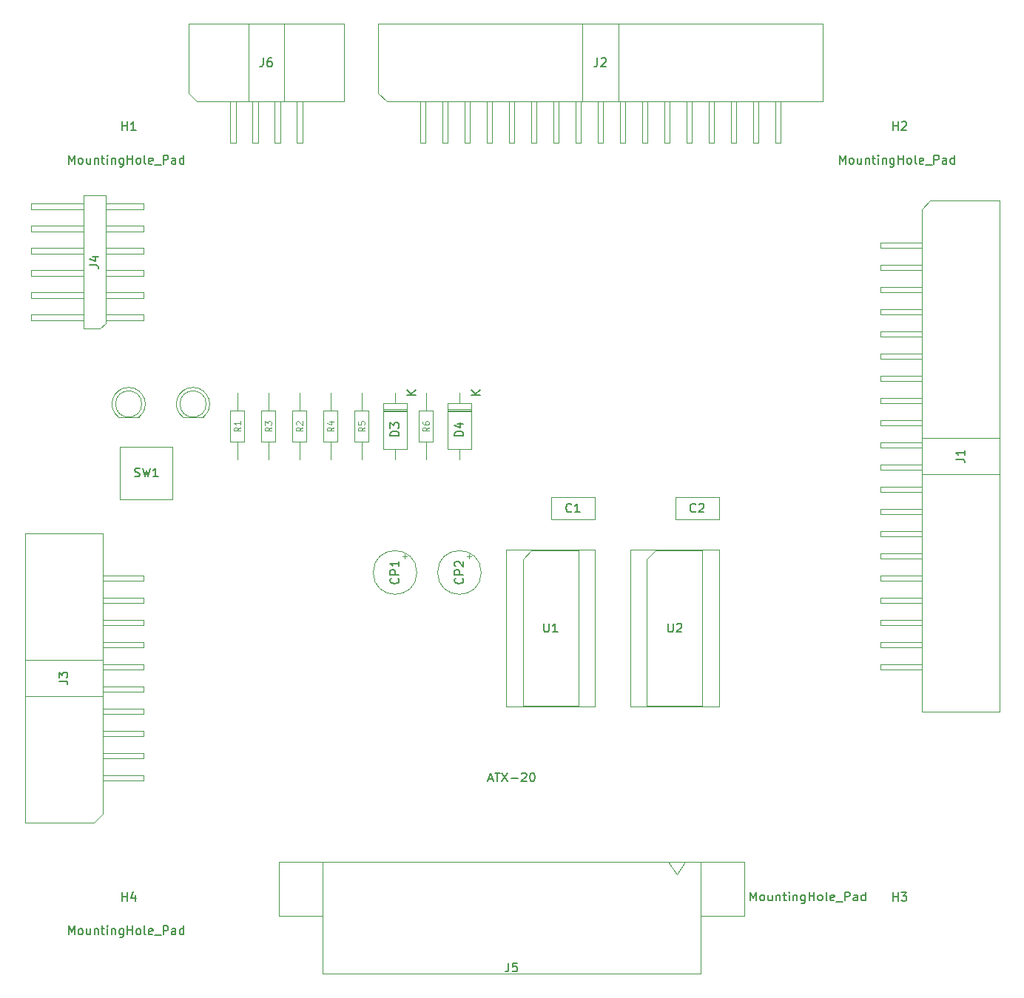
<source format=gbr>
%TF.GenerationSoftware,KiCad,Pcbnew,8.0.2*%
%TF.CreationDate,2024-06-21T19:26:29+02:00*%
%TF.ProjectId,power_board_v2,706f7765-725f-4626-9f61-72645f76322e,2.0*%
%TF.SameCoordinates,Original*%
%TF.FileFunction,AssemblyDrawing,Top*%
%FSLAX46Y46*%
G04 Gerber Fmt 4.6, Leading zero omitted, Abs format (unit mm)*
G04 Created by KiCad (PCBNEW 8.0.2) date 2024-06-21 19:26:29*
%MOMM*%
%LPD*%
G01*
G04 APERTURE LIST*
%ADD10C,0.150000*%
%ADD11C,0.108000*%
%ADD12C,0.100000*%
G04 APERTURE END LIST*
D10*
X70358333Y-103633104D02*
X70834523Y-103633104D01*
X70263095Y-103918819D02*
X70596428Y-102918819D01*
X70596428Y-102918819D02*
X70929761Y-103918819D01*
X71120238Y-102918819D02*
X71691666Y-102918819D01*
X71405952Y-103918819D02*
X71405952Y-102918819D01*
X71929762Y-102918819D02*
X72596428Y-103918819D01*
X72596428Y-102918819D02*
X71929762Y-103918819D01*
X72977381Y-103537866D02*
X73739286Y-103537866D01*
X74167857Y-103014057D02*
X74215476Y-102966438D01*
X74215476Y-102966438D02*
X74310714Y-102918819D01*
X74310714Y-102918819D02*
X74548809Y-102918819D01*
X74548809Y-102918819D02*
X74644047Y-102966438D01*
X74644047Y-102966438D02*
X74691666Y-103014057D01*
X74691666Y-103014057D02*
X74739285Y-103109295D01*
X74739285Y-103109295D02*
X74739285Y-103204533D01*
X74739285Y-103204533D02*
X74691666Y-103347390D01*
X74691666Y-103347390D02*
X74120238Y-103918819D01*
X74120238Y-103918819D02*
X74739285Y-103918819D01*
X75358333Y-102918819D02*
X75453571Y-102918819D01*
X75453571Y-102918819D02*
X75548809Y-102966438D01*
X75548809Y-102966438D02*
X75596428Y-103014057D01*
X75596428Y-103014057D02*
X75644047Y-103109295D01*
X75644047Y-103109295D02*
X75691666Y-103299771D01*
X75691666Y-103299771D02*
X75691666Y-103537866D01*
X75691666Y-103537866D02*
X75644047Y-103728342D01*
X75644047Y-103728342D02*
X75596428Y-103823580D01*
X75596428Y-103823580D02*
X75548809Y-103871200D01*
X75548809Y-103871200D02*
X75453571Y-103918819D01*
X75453571Y-103918819D02*
X75358333Y-103918819D01*
X75358333Y-103918819D02*
X75263095Y-103871200D01*
X75263095Y-103871200D02*
X75215476Y-103823580D01*
X75215476Y-103823580D02*
X75167857Y-103728342D01*
X75167857Y-103728342D02*
X75120238Y-103537866D01*
X75120238Y-103537866D02*
X75120238Y-103299771D01*
X75120238Y-103299771D02*
X75167857Y-103109295D01*
X75167857Y-103109295D02*
X75215476Y-103014057D01*
X75215476Y-103014057D02*
X75263095Y-102966438D01*
X75263095Y-102966438D02*
X75358333Y-102918819D01*
X72691666Y-124668819D02*
X72691666Y-125383104D01*
X72691666Y-125383104D02*
X72644047Y-125525961D01*
X72644047Y-125525961D02*
X72548809Y-125621200D01*
X72548809Y-125621200D02*
X72405952Y-125668819D01*
X72405952Y-125668819D02*
X72310714Y-125668819D01*
X73644047Y-124668819D02*
X73167857Y-124668819D01*
X73167857Y-124668819D02*
X73120238Y-125145009D01*
X73120238Y-125145009D02*
X73167857Y-125097390D01*
X73167857Y-125097390D02*
X73263095Y-125049771D01*
X73263095Y-125049771D02*
X73501190Y-125049771D01*
X73501190Y-125049771D02*
X73596428Y-125097390D01*
X73596428Y-125097390D02*
X73644047Y-125145009D01*
X73644047Y-125145009D02*
X73691666Y-125240247D01*
X73691666Y-125240247D02*
X73691666Y-125478342D01*
X73691666Y-125478342D02*
X73644047Y-125573580D01*
X73644047Y-125573580D02*
X73596428Y-125621200D01*
X73596428Y-125621200D02*
X73501190Y-125668819D01*
X73501190Y-125668819D02*
X73263095Y-125668819D01*
X73263095Y-125668819D02*
X73167857Y-125621200D01*
X73167857Y-125621200D02*
X73120238Y-125573580D01*
X29908667Y-68987200D02*
X30051524Y-69034819D01*
X30051524Y-69034819D02*
X30289619Y-69034819D01*
X30289619Y-69034819D02*
X30384857Y-68987200D01*
X30384857Y-68987200D02*
X30432476Y-68939580D01*
X30432476Y-68939580D02*
X30480095Y-68844342D01*
X30480095Y-68844342D02*
X30480095Y-68749104D01*
X30480095Y-68749104D02*
X30432476Y-68653866D01*
X30432476Y-68653866D02*
X30384857Y-68606247D01*
X30384857Y-68606247D02*
X30289619Y-68558628D01*
X30289619Y-68558628D02*
X30099143Y-68511009D01*
X30099143Y-68511009D02*
X30003905Y-68463390D01*
X30003905Y-68463390D02*
X29956286Y-68415771D01*
X29956286Y-68415771D02*
X29908667Y-68320533D01*
X29908667Y-68320533D02*
X29908667Y-68225295D01*
X29908667Y-68225295D02*
X29956286Y-68130057D01*
X29956286Y-68130057D02*
X30003905Y-68082438D01*
X30003905Y-68082438D02*
X30099143Y-68034819D01*
X30099143Y-68034819D02*
X30337238Y-68034819D01*
X30337238Y-68034819D02*
X30480095Y-68082438D01*
X30813429Y-68034819D02*
X31051524Y-69034819D01*
X31051524Y-69034819D02*
X31242000Y-68320533D01*
X31242000Y-68320533D02*
X31432476Y-69034819D01*
X31432476Y-69034819D02*
X31670572Y-68034819D01*
X32575333Y-69034819D02*
X32003905Y-69034819D01*
X32289619Y-69034819D02*
X32289619Y-68034819D01*
X32289619Y-68034819D02*
X32194381Y-68177676D01*
X32194381Y-68177676D02*
X32099143Y-68272914D01*
X32099143Y-68272914D02*
X32003905Y-68320533D01*
X22353571Y-33229819D02*
X22353571Y-32229819D01*
X22353571Y-32229819D02*
X22686904Y-32944104D01*
X22686904Y-32944104D02*
X23020237Y-32229819D01*
X23020237Y-32229819D02*
X23020237Y-33229819D01*
X23639285Y-33229819D02*
X23544047Y-33182200D01*
X23544047Y-33182200D02*
X23496428Y-33134580D01*
X23496428Y-33134580D02*
X23448809Y-33039342D01*
X23448809Y-33039342D02*
X23448809Y-32753628D01*
X23448809Y-32753628D02*
X23496428Y-32658390D01*
X23496428Y-32658390D02*
X23544047Y-32610771D01*
X23544047Y-32610771D02*
X23639285Y-32563152D01*
X23639285Y-32563152D02*
X23782142Y-32563152D01*
X23782142Y-32563152D02*
X23877380Y-32610771D01*
X23877380Y-32610771D02*
X23924999Y-32658390D01*
X23924999Y-32658390D02*
X23972618Y-32753628D01*
X23972618Y-32753628D02*
X23972618Y-33039342D01*
X23972618Y-33039342D02*
X23924999Y-33134580D01*
X23924999Y-33134580D02*
X23877380Y-33182200D01*
X23877380Y-33182200D02*
X23782142Y-33229819D01*
X23782142Y-33229819D02*
X23639285Y-33229819D01*
X24829761Y-32563152D02*
X24829761Y-33229819D01*
X24401190Y-32563152D02*
X24401190Y-33086961D01*
X24401190Y-33086961D02*
X24448809Y-33182200D01*
X24448809Y-33182200D02*
X24544047Y-33229819D01*
X24544047Y-33229819D02*
X24686904Y-33229819D01*
X24686904Y-33229819D02*
X24782142Y-33182200D01*
X24782142Y-33182200D02*
X24829761Y-33134580D01*
X25305952Y-32563152D02*
X25305952Y-33229819D01*
X25305952Y-32658390D02*
X25353571Y-32610771D01*
X25353571Y-32610771D02*
X25448809Y-32563152D01*
X25448809Y-32563152D02*
X25591666Y-32563152D01*
X25591666Y-32563152D02*
X25686904Y-32610771D01*
X25686904Y-32610771D02*
X25734523Y-32706009D01*
X25734523Y-32706009D02*
X25734523Y-33229819D01*
X26067857Y-32563152D02*
X26448809Y-32563152D01*
X26210714Y-32229819D02*
X26210714Y-33086961D01*
X26210714Y-33086961D02*
X26258333Y-33182200D01*
X26258333Y-33182200D02*
X26353571Y-33229819D01*
X26353571Y-33229819D02*
X26448809Y-33229819D01*
X26782143Y-33229819D02*
X26782143Y-32563152D01*
X26782143Y-32229819D02*
X26734524Y-32277438D01*
X26734524Y-32277438D02*
X26782143Y-32325057D01*
X26782143Y-32325057D02*
X26829762Y-32277438D01*
X26829762Y-32277438D02*
X26782143Y-32229819D01*
X26782143Y-32229819D02*
X26782143Y-32325057D01*
X27258333Y-32563152D02*
X27258333Y-33229819D01*
X27258333Y-32658390D02*
X27305952Y-32610771D01*
X27305952Y-32610771D02*
X27401190Y-32563152D01*
X27401190Y-32563152D02*
X27544047Y-32563152D01*
X27544047Y-32563152D02*
X27639285Y-32610771D01*
X27639285Y-32610771D02*
X27686904Y-32706009D01*
X27686904Y-32706009D02*
X27686904Y-33229819D01*
X28591666Y-32563152D02*
X28591666Y-33372676D01*
X28591666Y-33372676D02*
X28544047Y-33467914D01*
X28544047Y-33467914D02*
X28496428Y-33515533D01*
X28496428Y-33515533D02*
X28401190Y-33563152D01*
X28401190Y-33563152D02*
X28258333Y-33563152D01*
X28258333Y-33563152D02*
X28163095Y-33515533D01*
X28591666Y-33182200D02*
X28496428Y-33229819D01*
X28496428Y-33229819D02*
X28305952Y-33229819D01*
X28305952Y-33229819D02*
X28210714Y-33182200D01*
X28210714Y-33182200D02*
X28163095Y-33134580D01*
X28163095Y-33134580D02*
X28115476Y-33039342D01*
X28115476Y-33039342D02*
X28115476Y-32753628D01*
X28115476Y-32753628D02*
X28163095Y-32658390D01*
X28163095Y-32658390D02*
X28210714Y-32610771D01*
X28210714Y-32610771D02*
X28305952Y-32563152D01*
X28305952Y-32563152D02*
X28496428Y-32563152D01*
X28496428Y-32563152D02*
X28591666Y-32610771D01*
X29067857Y-33229819D02*
X29067857Y-32229819D01*
X29067857Y-32706009D02*
X29639285Y-32706009D01*
X29639285Y-33229819D02*
X29639285Y-32229819D01*
X30258333Y-33229819D02*
X30163095Y-33182200D01*
X30163095Y-33182200D02*
X30115476Y-33134580D01*
X30115476Y-33134580D02*
X30067857Y-33039342D01*
X30067857Y-33039342D02*
X30067857Y-32753628D01*
X30067857Y-32753628D02*
X30115476Y-32658390D01*
X30115476Y-32658390D02*
X30163095Y-32610771D01*
X30163095Y-32610771D02*
X30258333Y-32563152D01*
X30258333Y-32563152D02*
X30401190Y-32563152D01*
X30401190Y-32563152D02*
X30496428Y-32610771D01*
X30496428Y-32610771D02*
X30544047Y-32658390D01*
X30544047Y-32658390D02*
X30591666Y-32753628D01*
X30591666Y-32753628D02*
X30591666Y-33039342D01*
X30591666Y-33039342D02*
X30544047Y-33134580D01*
X30544047Y-33134580D02*
X30496428Y-33182200D01*
X30496428Y-33182200D02*
X30401190Y-33229819D01*
X30401190Y-33229819D02*
X30258333Y-33229819D01*
X31163095Y-33229819D02*
X31067857Y-33182200D01*
X31067857Y-33182200D02*
X31020238Y-33086961D01*
X31020238Y-33086961D02*
X31020238Y-32229819D01*
X31925000Y-33182200D02*
X31829762Y-33229819D01*
X31829762Y-33229819D02*
X31639286Y-33229819D01*
X31639286Y-33229819D02*
X31544048Y-33182200D01*
X31544048Y-33182200D02*
X31496429Y-33086961D01*
X31496429Y-33086961D02*
X31496429Y-32706009D01*
X31496429Y-32706009D02*
X31544048Y-32610771D01*
X31544048Y-32610771D02*
X31639286Y-32563152D01*
X31639286Y-32563152D02*
X31829762Y-32563152D01*
X31829762Y-32563152D02*
X31925000Y-32610771D01*
X31925000Y-32610771D02*
X31972619Y-32706009D01*
X31972619Y-32706009D02*
X31972619Y-32801247D01*
X31972619Y-32801247D02*
X31496429Y-32896485D01*
X32163096Y-33325057D02*
X32925000Y-33325057D01*
X33163096Y-33229819D02*
X33163096Y-32229819D01*
X33163096Y-32229819D02*
X33544048Y-32229819D01*
X33544048Y-32229819D02*
X33639286Y-32277438D01*
X33639286Y-32277438D02*
X33686905Y-32325057D01*
X33686905Y-32325057D02*
X33734524Y-32420295D01*
X33734524Y-32420295D02*
X33734524Y-32563152D01*
X33734524Y-32563152D02*
X33686905Y-32658390D01*
X33686905Y-32658390D02*
X33639286Y-32706009D01*
X33639286Y-32706009D02*
X33544048Y-32753628D01*
X33544048Y-32753628D02*
X33163096Y-32753628D01*
X34591667Y-33229819D02*
X34591667Y-32706009D01*
X34591667Y-32706009D02*
X34544048Y-32610771D01*
X34544048Y-32610771D02*
X34448810Y-32563152D01*
X34448810Y-32563152D02*
X34258334Y-32563152D01*
X34258334Y-32563152D02*
X34163096Y-32610771D01*
X34591667Y-33182200D02*
X34496429Y-33229819D01*
X34496429Y-33229819D02*
X34258334Y-33229819D01*
X34258334Y-33229819D02*
X34163096Y-33182200D01*
X34163096Y-33182200D02*
X34115477Y-33086961D01*
X34115477Y-33086961D02*
X34115477Y-32991723D01*
X34115477Y-32991723D02*
X34163096Y-32896485D01*
X34163096Y-32896485D02*
X34258334Y-32848866D01*
X34258334Y-32848866D02*
X34496429Y-32848866D01*
X34496429Y-32848866D02*
X34591667Y-32801247D01*
X35496429Y-33229819D02*
X35496429Y-32229819D01*
X35496429Y-33182200D02*
X35401191Y-33229819D01*
X35401191Y-33229819D02*
X35210715Y-33229819D01*
X35210715Y-33229819D02*
X35115477Y-33182200D01*
X35115477Y-33182200D02*
X35067858Y-33134580D01*
X35067858Y-33134580D02*
X35020239Y-33039342D01*
X35020239Y-33039342D02*
X35020239Y-32753628D01*
X35020239Y-32753628D02*
X35067858Y-32658390D01*
X35067858Y-32658390D02*
X35115477Y-32610771D01*
X35115477Y-32610771D02*
X35210715Y-32563152D01*
X35210715Y-32563152D02*
X35401191Y-32563152D01*
X35401191Y-32563152D02*
X35496429Y-32610771D01*
X28463095Y-29379819D02*
X28463095Y-28379819D01*
X28463095Y-28856009D02*
X29034523Y-28856009D01*
X29034523Y-29379819D02*
X29034523Y-28379819D01*
X30034523Y-29379819D02*
X29463095Y-29379819D01*
X29748809Y-29379819D02*
X29748809Y-28379819D01*
X29748809Y-28379819D02*
X29653571Y-28522676D01*
X29653571Y-28522676D02*
X29558333Y-28617914D01*
X29558333Y-28617914D02*
X29463095Y-28665533D01*
X60049580Y-80651666D02*
X60097200Y-80699285D01*
X60097200Y-80699285D02*
X60144819Y-80842142D01*
X60144819Y-80842142D02*
X60144819Y-80937380D01*
X60144819Y-80937380D02*
X60097200Y-81080237D01*
X60097200Y-81080237D02*
X60001961Y-81175475D01*
X60001961Y-81175475D02*
X59906723Y-81223094D01*
X59906723Y-81223094D02*
X59716247Y-81270713D01*
X59716247Y-81270713D02*
X59573390Y-81270713D01*
X59573390Y-81270713D02*
X59382914Y-81223094D01*
X59382914Y-81223094D02*
X59287676Y-81175475D01*
X59287676Y-81175475D02*
X59192438Y-81080237D01*
X59192438Y-81080237D02*
X59144819Y-80937380D01*
X59144819Y-80937380D02*
X59144819Y-80842142D01*
X59144819Y-80842142D02*
X59192438Y-80699285D01*
X59192438Y-80699285D02*
X59240057Y-80651666D01*
X60144819Y-80223094D02*
X59144819Y-80223094D01*
X59144819Y-80223094D02*
X59144819Y-79842142D01*
X59144819Y-79842142D02*
X59192438Y-79746904D01*
X59192438Y-79746904D02*
X59240057Y-79699285D01*
X59240057Y-79699285D02*
X59335295Y-79651666D01*
X59335295Y-79651666D02*
X59478152Y-79651666D01*
X59478152Y-79651666D02*
X59573390Y-79699285D01*
X59573390Y-79699285D02*
X59621009Y-79746904D01*
X59621009Y-79746904D02*
X59668628Y-79842142D01*
X59668628Y-79842142D02*
X59668628Y-80223094D01*
X60144819Y-78699285D02*
X60144819Y-79270713D01*
X60144819Y-78984999D02*
X59144819Y-78984999D01*
X59144819Y-78984999D02*
X59287676Y-79080237D01*
X59287676Y-79080237D02*
X59382914Y-79175475D01*
X59382914Y-79175475D02*
X59430533Y-79270713D01*
D11*
X49095469Y-63365999D02*
X48752612Y-63605999D01*
X49095469Y-63777428D02*
X48375469Y-63777428D01*
X48375469Y-63777428D02*
X48375469Y-63503142D01*
X48375469Y-63503142D02*
X48409755Y-63434571D01*
X48409755Y-63434571D02*
X48444041Y-63400285D01*
X48444041Y-63400285D02*
X48512612Y-63365999D01*
X48512612Y-63365999D02*
X48615469Y-63365999D01*
X48615469Y-63365999D02*
X48684041Y-63400285D01*
X48684041Y-63400285D02*
X48718326Y-63434571D01*
X48718326Y-63434571D02*
X48752612Y-63503142D01*
X48752612Y-63503142D02*
X48752612Y-63777428D01*
X48444041Y-63091714D02*
X48409755Y-63057428D01*
X48409755Y-63057428D02*
X48375469Y-62988857D01*
X48375469Y-62988857D02*
X48375469Y-62817428D01*
X48375469Y-62817428D02*
X48409755Y-62748857D01*
X48409755Y-62748857D02*
X48444041Y-62714571D01*
X48444041Y-62714571D02*
X48512612Y-62680285D01*
X48512612Y-62680285D02*
X48581184Y-62680285D01*
X48581184Y-62680285D02*
X48684041Y-62714571D01*
X48684041Y-62714571D02*
X49095469Y-63125999D01*
X49095469Y-63125999D02*
X49095469Y-62680285D01*
D10*
X67415580Y-80651666D02*
X67463200Y-80699285D01*
X67463200Y-80699285D02*
X67510819Y-80842142D01*
X67510819Y-80842142D02*
X67510819Y-80937380D01*
X67510819Y-80937380D02*
X67463200Y-81080237D01*
X67463200Y-81080237D02*
X67367961Y-81175475D01*
X67367961Y-81175475D02*
X67272723Y-81223094D01*
X67272723Y-81223094D02*
X67082247Y-81270713D01*
X67082247Y-81270713D02*
X66939390Y-81270713D01*
X66939390Y-81270713D02*
X66748914Y-81223094D01*
X66748914Y-81223094D02*
X66653676Y-81175475D01*
X66653676Y-81175475D02*
X66558438Y-81080237D01*
X66558438Y-81080237D02*
X66510819Y-80937380D01*
X66510819Y-80937380D02*
X66510819Y-80842142D01*
X66510819Y-80842142D02*
X66558438Y-80699285D01*
X66558438Y-80699285D02*
X66606057Y-80651666D01*
X67510819Y-80223094D02*
X66510819Y-80223094D01*
X66510819Y-80223094D02*
X66510819Y-79842142D01*
X66510819Y-79842142D02*
X66558438Y-79746904D01*
X66558438Y-79746904D02*
X66606057Y-79699285D01*
X66606057Y-79699285D02*
X66701295Y-79651666D01*
X66701295Y-79651666D02*
X66844152Y-79651666D01*
X66844152Y-79651666D02*
X66939390Y-79699285D01*
X66939390Y-79699285D02*
X66987009Y-79746904D01*
X66987009Y-79746904D02*
X67034628Y-79842142D01*
X67034628Y-79842142D02*
X67034628Y-80223094D01*
X66606057Y-79270713D02*
X66558438Y-79223094D01*
X66558438Y-79223094D02*
X66510819Y-79127856D01*
X66510819Y-79127856D02*
X66510819Y-78889761D01*
X66510819Y-78889761D02*
X66558438Y-78794523D01*
X66558438Y-78794523D02*
X66606057Y-78746904D01*
X66606057Y-78746904D02*
X66701295Y-78699285D01*
X66701295Y-78699285D02*
X66796533Y-78699285D01*
X66796533Y-78699285D02*
X66939390Y-78746904D01*
X66939390Y-78746904D02*
X67510819Y-79318332D01*
X67510819Y-79318332D02*
X67510819Y-78699285D01*
X110553571Y-33229819D02*
X110553571Y-32229819D01*
X110553571Y-32229819D02*
X110886904Y-32944104D01*
X110886904Y-32944104D02*
X111220237Y-32229819D01*
X111220237Y-32229819D02*
X111220237Y-33229819D01*
X111839285Y-33229819D02*
X111744047Y-33182200D01*
X111744047Y-33182200D02*
X111696428Y-33134580D01*
X111696428Y-33134580D02*
X111648809Y-33039342D01*
X111648809Y-33039342D02*
X111648809Y-32753628D01*
X111648809Y-32753628D02*
X111696428Y-32658390D01*
X111696428Y-32658390D02*
X111744047Y-32610771D01*
X111744047Y-32610771D02*
X111839285Y-32563152D01*
X111839285Y-32563152D02*
X111982142Y-32563152D01*
X111982142Y-32563152D02*
X112077380Y-32610771D01*
X112077380Y-32610771D02*
X112124999Y-32658390D01*
X112124999Y-32658390D02*
X112172618Y-32753628D01*
X112172618Y-32753628D02*
X112172618Y-33039342D01*
X112172618Y-33039342D02*
X112124999Y-33134580D01*
X112124999Y-33134580D02*
X112077380Y-33182200D01*
X112077380Y-33182200D02*
X111982142Y-33229819D01*
X111982142Y-33229819D02*
X111839285Y-33229819D01*
X113029761Y-32563152D02*
X113029761Y-33229819D01*
X112601190Y-32563152D02*
X112601190Y-33086961D01*
X112601190Y-33086961D02*
X112648809Y-33182200D01*
X112648809Y-33182200D02*
X112744047Y-33229819D01*
X112744047Y-33229819D02*
X112886904Y-33229819D01*
X112886904Y-33229819D02*
X112982142Y-33182200D01*
X112982142Y-33182200D02*
X113029761Y-33134580D01*
X113505952Y-32563152D02*
X113505952Y-33229819D01*
X113505952Y-32658390D02*
X113553571Y-32610771D01*
X113553571Y-32610771D02*
X113648809Y-32563152D01*
X113648809Y-32563152D02*
X113791666Y-32563152D01*
X113791666Y-32563152D02*
X113886904Y-32610771D01*
X113886904Y-32610771D02*
X113934523Y-32706009D01*
X113934523Y-32706009D02*
X113934523Y-33229819D01*
X114267857Y-32563152D02*
X114648809Y-32563152D01*
X114410714Y-32229819D02*
X114410714Y-33086961D01*
X114410714Y-33086961D02*
X114458333Y-33182200D01*
X114458333Y-33182200D02*
X114553571Y-33229819D01*
X114553571Y-33229819D02*
X114648809Y-33229819D01*
X114982143Y-33229819D02*
X114982143Y-32563152D01*
X114982143Y-32229819D02*
X114934524Y-32277438D01*
X114934524Y-32277438D02*
X114982143Y-32325057D01*
X114982143Y-32325057D02*
X115029762Y-32277438D01*
X115029762Y-32277438D02*
X114982143Y-32229819D01*
X114982143Y-32229819D02*
X114982143Y-32325057D01*
X115458333Y-32563152D02*
X115458333Y-33229819D01*
X115458333Y-32658390D02*
X115505952Y-32610771D01*
X115505952Y-32610771D02*
X115601190Y-32563152D01*
X115601190Y-32563152D02*
X115744047Y-32563152D01*
X115744047Y-32563152D02*
X115839285Y-32610771D01*
X115839285Y-32610771D02*
X115886904Y-32706009D01*
X115886904Y-32706009D02*
X115886904Y-33229819D01*
X116791666Y-32563152D02*
X116791666Y-33372676D01*
X116791666Y-33372676D02*
X116744047Y-33467914D01*
X116744047Y-33467914D02*
X116696428Y-33515533D01*
X116696428Y-33515533D02*
X116601190Y-33563152D01*
X116601190Y-33563152D02*
X116458333Y-33563152D01*
X116458333Y-33563152D02*
X116363095Y-33515533D01*
X116791666Y-33182200D02*
X116696428Y-33229819D01*
X116696428Y-33229819D02*
X116505952Y-33229819D01*
X116505952Y-33229819D02*
X116410714Y-33182200D01*
X116410714Y-33182200D02*
X116363095Y-33134580D01*
X116363095Y-33134580D02*
X116315476Y-33039342D01*
X116315476Y-33039342D02*
X116315476Y-32753628D01*
X116315476Y-32753628D02*
X116363095Y-32658390D01*
X116363095Y-32658390D02*
X116410714Y-32610771D01*
X116410714Y-32610771D02*
X116505952Y-32563152D01*
X116505952Y-32563152D02*
X116696428Y-32563152D01*
X116696428Y-32563152D02*
X116791666Y-32610771D01*
X117267857Y-33229819D02*
X117267857Y-32229819D01*
X117267857Y-32706009D02*
X117839285Y-32706009D01*
X117839285Y-33229819D02*
X117839285Y-32229819D01*
X118458333Y-33229819D02*
X118363095Y-33182200D01*
X118363095Y-33182200D02*
X118315476Y-33134580D01*
X118315476Y-33134580D02*
X118267857Y-33039342D01*
X118267857Y-33039342D02*
X118267857Y-32753628D01*
X118267857Y-32753628D02*
X118315476Y-32658390D01*
X118315476Y-32658390D02*
X118363095Y-32610771D01*
X118363095Y-32610771D02*
X118458333Y-32563152D01*
X118458333Y-32563152D02*
X118601190Y-32563152D01*
X118601190Y-32563152D02*
X118696428Y-32610771D01*
X118696428Y-32610771D02*
X118744047Y-32658390D01*
X118744047Y-32658390D02*
X118791666Y-32753628D01*
X118791666Y-32753628D02*
X118791666Y-33039342D01*
X118791666Y-33039342D02*
X118744047Y-33134580D01*
X118744047Y-33134580D02*
X118696428Y-33182200D01*
X118696428Y-33182200D02*
X118601190Y-33229819D01*
X118601190Y-33229819D02*
X118458333Y-33229819D01*
X119363095Y-33229819D02*
X119267857Y-33182200D01*
X119267857Y-33182200D02*
X119220238Y-33086961D01*
X119220238Y-33086961D02*
X119220238Y-32229819D01*
X120125000Y-33182200D02*
X120029762Y-33229819D01*
X120029762Y-33229819D02*
X119839286Y-33229819D01*
X119839286Y-33229819D02*
X119744048Y-33182200D01*
X119744048Y-33182200D02*
X119696429Y-33086961D01*
X119696429Y-33086961D02*
X119696429Y-32706009D01*
X119696429Y-32706009D02*
X119744048Y-32610771D01*
X119744048Y-32610771D02*
X119839286Y-32563152D01*
X119839286Y-32563152D02*
X120029762Y-32563152D01*
X120029762Y-32563152D02*
X120125000Y-32610771D01*
X120125000Y-32610771D02*
X120172619Y-32706009D01*
X120172619Y-32706009D02*
X120172619Y-32801247D01*
X120172619Y-32801247D02*
X119696429Y-32896485D01*
X120363096Y-33325057D02*
X121125000Y-33325057D01*
X121363096Y-33229819D02*
X121363096Y-32229819D01*
X121363096Y-32229819D02*
X121744048Y-32229819D01*
X121744048Y-32229819D02*
X121839286Y-32277438D01*
X121839286Y-32277438D02*
X121886905Y-32325057D01*
X121886905Y-32325057D02*
X121934524Y-32420295D01*
X121934524Y-32420295D02*
X121934524Y-32563152D01*
X121934524Y-32563152D02*
X121886905Y-32658390D01*
X121886905Y-32658390D02*
X121839286Y-32706009D01*
X121839286Y-32706009D02*
X121744048Y-32753628D01*
X121744048Y-32753628D02*
X121363096Y-32753628D01*
X122791667Y-33229819D02*
X122791667Y-32706009D01*
X122791667Y-32706009D02*
X122744048Y-32610771D01*
X122744048Y-32610771D02*
X122648810Y-32563152D01*
X122648810Y-32563152D02*
X122458334Y-32563152D01*
X122458334Y-32563152D02*
X122363096Y-32610771D01*
X122791667Y-33182200D02*
X122696429Y-33229819D01*
X122696429Y-33229819D02*
X122458334Y-33229819D01*
X122458334Y-33229819D02*
X122363096Y-33182200D01*
X122363096Y-33182200D02*
X122315477Y-33086961D01*
X122315477Y-33086961D02*
X122315477Y-32991723D01*
X122315477Y-32991723D02*
X122363096Y-32896485D01*
X122363096Y-32896485D02*
X122458334Y-32848866D01*
X122458334Y-32848866D02*
X122696429Y-32848866D01*
X122696429Y-32848866D02*
X122791667Y-32801247D01*
X123696429Y-33229819D02*
X123696429Y-32229819D01*
X123696429Y-33182200D02*
X123601191Y-33229819D01*
X123601191Y-33229819D02*
X123410715Y-33229819D01*
X123410715Y-33229819D02*
X123315477Y-33182200D01*
X123315477Y-33182200D02*
X123267858Y-33134580D01*
X123267858Y-33134580D02*
X123220239Y-33039342D01*
X123220239Y-33039342D02*
X123220239Y-32753628D01*
X123220239Y-32753628D02*
X123267858Y-32658390D01*
X123267858Y-32658390D02*
X123315477Y-32610771D01*
X123315477Y-32610771D02*
X123410715Y-32563152D01*
X123410715Y-32563152D02*
X123601191Y-32563152D01*
X123601191Y-32563152D02*
X123696429Y-32610771D01*
X116663095Y-29379819D02*
X116663095Y-28379819D01*
X116663095Y-28856009D02*
X117234523Y-28856009D01*
X117234523Y-29379819D02*
X117234523Y-28379819D01*
X117663095Y-28475057D02*
X117710714Y-28427438D01*
X117710714Y-28427438D02*
X117805952Y-28379819D01*
X117805952Y-28379819D02*
X118044047Y-28379819D01*
X118044047Y-28379819D02*
X118139285Y-28427438D01*
X118139285Y-28427438D02*
X118186904Y-28475057D01*
X118186904Y-28475057D02*
X118234523Y-28570295D01*
X118234523Y-28570295D02*
X118234523Y-28665533D01*
X118234523Y-28665533D02*
X118186904Y-28808390D01*
X118186904Y-28808390D02*
X117615476Y-29379819D01*
X117615476Y-29379819D02*
X118234523Y-29379819D01*
X123854819Y-67008333D02*
X124569104Y-67008333D01*
X124569104Y-67008333D02*
X124711961Y-67055952D01*
X124711961Y-67055952D02*
X124807200Y-67151190D01*
X124807200Y-67151190D02*
X124854819Y-67294047D01*
X124854819Y-67294047D02*
X124854819Y-67389285D01*
X124854819Y-66008333D02*
X124854819Y-66579761D01*
X124854819Y-66294047D02*
X123854819Y-66294047D01*
X123854819Y-66294047D02*
X123997676Y-66389285D01*
X123997676Y-66389285D02*
X124092914Y-66484523D01*
X124092914Y-66484523D02*
X124140533Y-66579761D01*
X79873333Y-73003580D02*
X79825714Y-73051200D01*
X79825714Y-73051200D02*
X79682857Y-73098819D01*
X79682857Y-73098819D02*
X79587619Y-73098819D01*
X79587619Y-73098819D02*
X79444762Y-73051200D01*
X79444762Y-73051200D02*
X79349524Y-72955961D01*
X79349524Y-72955961D02*
X79301905Y-72860723D01*
X79301905Y-72860723D02*
X79254286Y-72670247D01*
X79254286Y-72670247D02*
X79254286Y-72527390D01*
X79254286Y-72527390D02*
X79301905Y-72336914D01*
X79301905Y-72336914D02*
X79349524Y-72241676D01*
X79349524Y-72241676D02*
X79444762Y-72146438D01*
X79444762Y-72146438D02*
X79587619Y-72098819D01*
X79587619Y-72098819D02*
X79682857Y-72098819D01*
X79682857Y-72098819D02*
X79825714Y-72146438D01*
X79825714Y-72146438D02*
X79873333Y-72194057D01*
X80825714Y-73098819D02*
X80254286Y-73098819D01*
X80540000Y-73098819D02*
X80540000Y-72098819D01*
X80540000Y-72098819D02*
X80444762Y-72241676D01*
X80444762Y-72241676D02*
X80349524Y-72336914D01*
X80349524Y-72336914D02*
X80254286Y-72384533D01*
X60144819Y-64374094D02*
X59144819Y-64374094D01*
X59144819Y-64374094D02*
X59144819Y-64135999D01*
X59144819Y-64135999D02*
X59192438Y-63993142D01*
X59192438Y-63993142D02*
X59287676Y-63897904D01*
X59287676Y-63897904D02*
X59382914Y-63850285D01*
X59382914Y-63850285D02*
X59573390Y-63802666D01*
X59573390Y-63802666D02*
X59716247Y-63802666D01*
X59716247Y-63802666D02*
X59906723Y-63850285D01*
X59906723Y-63850285D02*
X60001961Y-63897904D01*
X60001961Y-63897904D02*
X60097200Y-63993142D01*
X60097200Y-63993142D02*
X60144819Y-64135999D01*
X60144819Y-64135999D02*
X60144819Y-64374094D01*
X59144819Y-63469332D02*
X59144819Y-62850285D01*
X59144819Y-62850285D02*
X59525771Y-63183618D01*
X59525771Y-63183618D02*
X59525771Y-63040761D01*
X59525771Y-63040761D02*
X59573390Y-62945523D01*
X59573390Y-62945523D02*
X59621009Y-62897904D01*
X59621009Y-62897904D02*
X59716247Y-62850285D01*
X59716247Y-62850285D02*
X59954342Y-62850285D01*
X59954342Y-62850285D02*
X60049580Y-62897904D01*
X60049580Y-62897904D02*
X60097200Y-62945523D01*
X60097200Y-62945523D02*
X60144819Y-63040761D01*
X60144819Y-63040761D02*
X60144819Y-63326475D01*
X60144819Y-63326475D02*
X60097200Y-63421713D01*
X60097200Y-63421713D02*
X60049580Y-63469332D01*
X62044819Y-59697904D02*
X61044819Y-59697904D01*
X62044819Y-59126476D02*
X61473390Y-59555047D01*
X61044819Y-59126476D02*
X61616247Y-59697904D01*
D11*
X45539469Y-63365999D02*
X45196612Y-63605999D01*
X45539469Y-63777428D02*
X44819469Y-63777428D01*
X44819469Y-63777428D02*
X44819469Y-63503142D01*
X44819469Y-63503142D02*
X44853755Y-63434571D01*
X44853755Y-63434571D02*
X44888041Y-63400285D01*
X44888041Y-63400285D02*
X44956612Y-63365999D01*
X44956612Y-63365999D02*
X45059469Y-63365999D01*
X45059469Y-63365999D02*
X45128041Y-63400285D01*
X45128041Y-63400285D02*
X45162326Y-63434571D01*
X45162326Y-63434571D02*
X45196612Y-63503142D01*
X45196612Y-63503142D02*
X45196612Y-63777428D01*
X44819469Y-63125999D02*
X44819469Y-62680285D01*
X44819469Y-62680285D02*
X45093755Y-62920285D01*
X45093755Y-62920285D02*
X45093755Y-62817428D01*
X45093755Y-62817428D02*
X45128041Y-62748857D01*
X45128041Y-62748857D02*
X45162326Y-62714571D01*
X45162326Y-62714571D02*
X45230898Y-62680285D01*
X45230898Y-62680285D02*
X45402326Y-62680285D01*
X45402326Y-62680285D02*
X45470898Y-62714571D01*
X45470898Y-62714571D02*
X45505184Y-62748857D01*
X45505184Y-62748857D02*
X45539469Y-62817428D01*
X45539469Y-62817428D02*
X45539469Y-63023142D01*
X45539469Y-63023142D02*
X45505184Y-63091714D01*
X45505184Y-63091714D02*
X45470898Y-63125999D01*
X56207469Y-63365999D02*
X55864612Y-63605999D01*
X56207469Y-63777428D02*
X55487469Y-63777428D01*
X55487469Y-63777428D02*
X55487469Y-63503142D01*
X55487469Y-63503142D02*
X55521755Y-63434571D01*
X55521755Y-63434571D02*
X55556041Y-63400285D01*
X55556041Y-63400285D02*
X55624612Y-63365999D01*
X55624612Y-63365999D02*
X55727469Y-63365999D01*
X55727469Y-63365999D02*
X55796041Y-63400285D01*
X55796041Y-63400285D02*
X55830326Y-63434571D01*
X55830326Y-63434571D02*
X55864612Y-63503142D01*
X55864612Y-63503142D02*
X55864612Y-63777428D01*
X55487469Y-62714571D02*
X55487469Y-63057428D01*
X55487469Y-63057428D02*
X55830326Y-63091714D01*
X55830326Y-63091714D02*
X55796041Y-63057428D01*
X55796041Y-63057428D02*
X55761755Y-62988857D01*
X55761755Y-62988857D02*
X55761755Y-62817428D01*
X55761755Y-62817428D02*
X55796041Y-62748857D01*
X55796041Y-62748857D02*
X55830326Y-62714571D01*
X55830326Y-62714571D02*
X55898898Y-62680285D01*
X55898898Y-62680285D02*
X56070326Y-62680285D01*
X56070326Y-62680285D02*
X56138898Y-62714571D01*
X56138898Y-62714571D02*
X56173184Y-62748857D01*
X56173184Y-62748857D02*
X56207469Y-62817428D01*
X56207469Y-62817428D02*
X56207469Y-62988857D01*
X56207469Y-62988857D02*
X56173184Y-63057428D01*
X56173184Y-63057428D02*
X56138898Y-63091714D01*
D10*
X67510819Y-64374094D02*
X66510819Y-64374094D01*
X66510819Y-64374094D02*
X66510819Y-64135999D01*
X66510819Y-64135999D02*
X66558438Y-63993142D01*
X66558438Y-63993142D02*
X66653676Y-63897904D01*
X66653676Y-63897904D02*
X66748914Y-63850285D01*
X66748914Y-63850285D02*
X66939390Y-63802666D01*
X66939390Y-63802666D02*
X67082247Y-63802666D01*
X67082247Y-63802666D02*
X67272723Y-63850285D01*
X67272723Y-63850285D02*
X67367961Y-63897904D01*
X67367961Y-63897904D02*
X67463200Y-63993142D01*
X67463200Y-63993142D02*
X67510819Y-64135999D01*
X67510819Y-64135999D02*
X67510819Y-64374094D01*
X66844152Y-62945523D02*
X67510819Y-62945523D01*
X66463200Y-63183618D02*
X67177485Y-63421713D01*
X67177485Y-63421713D02*
X67177485Y-62802666D01*
X69410819Y-59697904D02*
X68410819Y-59697904D01*
X69410819Y-59126476D02*
X68839390Y-59555047D01*
X68410819Y-59126476D02*
X68982247Y-59697904D01*
X94087333Y-73003580D02*
X94039714Y-73051200D01*
X94039714Y-73051200D02*
X93896857Y-73098819D01*
X93896857Y-73098819D02*
X93801619Y-73098819D01*
X93801619Y-73098819D02*
X93658762Y-73051200D01*
X93658762Y-73051200D02*
X93563524Y-72955961D01*
X93563524Y-72955961D02*
X93515905Y-72860723D01*
X93515905Y-72860723D02*
X93468286Y-72670247D01*
X93468286Y-72670247D02*
X93468286Y-72527390D01*
X93468286Y-72527390D02*
X93515905Y-72336914D01*
X93515905Y-72336914D02*
X93563524Y-72241676D01*
X93563524Y-72241676D02*
X93658762Y-72146438D01*
X93658762Y-72146438D02*
X93801619Y-72098819D01*
X93801619Y-72098819D02*
X93896857Y-72098819D01*
X93896857Y-72098819D02*
X94039714Y-72146438D01*
X94039714Y-72146438D02*
X94087333Y-72194057D01*
X94468286Y-72194057D02*
X94515905Y-72146438D01*
X94515905Y-72146438D02*
X94611143Y-72098819D01*
X94611143Y-72098819D02*
X94849238Y-72098819D01*
X94849238Y-72098819D02*
X94944476Y-72146438D01*
X94944476Y-72146438D02*
X94992095Y-72194057D01*
X94992095Y-72194057D02*
X95039714Y-72289295D01*
X95039714Y-72289295D02*
X95039714Y-72384533D01*
X95039714Y-72384533D02*
X94992095Y-72527390D01*
X94992095Y-72527390D02*
X94420667Y-73098819D01*
X94420667Y-73098819D02*
X95039714Y-73098819D01*
X21231819Y-92408333D02*
X21946104Y-92408333D01*
X21946104Y-92408333D02*
X22088961Y-92455952D01*
X22088961Y-92455952D02*
X22184200Y-92551190D01*
X22184200Y-92551190D02*
X22231819Y-92694047D01*
X22231819Y-92694047D02*
X22231819Y-92789285D01*
X21231819Y-92027380D02*
X21231819Y-91408333D01*
X21231819Y-91408333D02*
X21612771Y-91741666D01*
X21612771Y-91741666D02*
X21612771Y-91598809D01*
X21612771Y-91598809D02*
X21660390Y-91503571D01*
X21660390Y-91503571D02*
X21708009Y-91455952D01*
X21708009Y-91455952D02*
X21803247Y-91408333D01*
X21803247Y-91408333D02*
X22041342Y-91408333D01*
X22041342Y-91408333D02*
X22136580Y-91455952D01*
X22136580Y-91455952D02*
X22184200Y-91503571D01*
X22184200Y-91503571D02*
X22231819Y-91598809D01*
X22231819Y-91598809D02*
X22231819Y-91884523D01*
X22231819Y-91884523D02*
X22184200Y-91979761D01*
X22184200Y-91979761D02*
X22136580Y-92027380D01*
D11*
X41983469Y-63365999D02*
X41640612Y-63605999D01*
X41983469Y-63777428D02*
X41263469Y-63777428D01*
X41263469Y-63777428D02*
X41263469Y-63503142D01*
X41263469Y-63503142D02*
X41297755Y-63434571D01*
X41297755Y-63434571D02*
X41332041Y-63400285D01*
X41332041Y-63400285D02*
X41400612Y-63365999D01*
X41400612Y-63365999D02*
X41503469Y-63365999D01*
X41503469Y-63365999D02*
X41572041Y-63400285D01*
X41572041Y-63400285D02*
X41606326Y-63434571D01*
X41606326Y-63434571D02*
X41640612Y-63503142D01*
X41640612Y-63503142D02*
X41640612Y-63777428D01*
X41983469Y-62680285D02*
X41983469Y-63091714D01*
X41983469Y-62885999D02*
X41263469Y-62885999D01*
X41263469Y-62885999D02*
X41366326Y-62954571D01*
X41366326Y-62954571D02*
X41434898Y-63023142D01*
X41434898Y-63023142D02*
X41469184Y-63091714D01*
D10*
X22353571Y-121429819D02*
X22353571Y-120429819D01*
X22353571Y-120429819D02*
X22686904Y-121144104D01*
X22686904Y-121144104D02*
X23020237Y-120429819D01*
X23020237Y-120429819D02*
X23020237Y-121429819D01*
X23639285Y-121429819D02*
X23544047Y-121382200D01*
X23544047Y-121382200D02*
X23496428Y-121334580D01*
X23496428Y-121334580D02*
X23448809Y-121239342D01*
X23448809Y-121239342D02*
X23448809Y-120953628D01*
X23448809Y-120953628D02*
X23496428Y-120858390D01*
X23496428Y-120858390D02*
X23544047Y-120810771D01*
X23544047Y-120810771D02*
X23639285Y-120763152D01*
X23639285Y-120763152D02*
X23782142Y-120763152D01*
X23782142Y-120763152D02*
X23877380Y-120810771D01*
X23877380Y-120810771D02*
X23924999Y-120858390D01*
X23924999Y-120858390D02*
X23972618Y-120953628D01*
X23972618Y-120953628D02*
X23972618Y-121239342D01*
X23972618Y-121239342D02*
X23924999Y-121334580D01*
X23924999Y-121334580D02*
X23877380Y-121382200D01*
X23877380Y-121382200D02*
X23782142Y-121429819D01*
X23782142Y-121429819D02*
X23639285Y-121429819D01*
X24829761Y-120763152D02*
X24829761Y-121429819D01*
X24401190Y-120763152D02*
X24401190Y-121286961D01*
X24401190Y-121286961D02*
X24448809Y-121382200D01*
X24448809Y-121382200D02*
X24544047Y-121429819D01*
X24544047Y-121429819D02*
X24686904Y-121429819D01*
X24686904Y-121429819D02*
X24782142Y-121382200D01*
X24782142Y-121382200D02*
X24829761Y-121334580D01*
X25305952Y-120763152D02*
X25305952Y-121429819D01*
X25305952Y-120858390D02*
X25353571Y-120810771D01*
X25353571Y-120810771D02*
X25448809Y-120763152D01*
X25448809Y-120763152D02*
X25591666Y-120763152D01*
X25591666Y-120763152D02*
X25686904Y-120810771D01*
X25686904Y-120810771D02*
X25734523Y-120906009D01*
X25734523Y-120906009D02*
X25734523Y-121429819D01*
X26067857Y-120763152D02*
X26448809Y-120763152D01*
X26210714Y-120429819D02*
X26210714Y-121286961D01*
X26210714Y-121286961D02*
X26258333Y-121382200D01*
X26258333Y-121382200D02*
X26353571Y-121429819D01*
X26353571Y-121429819D02*
X26448809Y-121429819D01*
X26782143Y-121429819D02*
X26782143Y-120763152D01*
X26782143Y-120429819D02*
X26734524Y-120477438D01*
X26734524Y-120477438D02*
X26782143Y-120525057D01*
X26782143Y-120525057D02*
X26829762Y-120477438D01*
X26829762Y-120477438D02*
X26782143Y-120429819D01*
X26782143Y-120429819D02*
X26782143Y-120525057D01*
X27258333Y-120763152D02*
X27258333Y-121429819D01*
X27258333Y-120858390D02*
X27305952Y-120810771D01*
X27305952Y-120810771D02*
X27401190Y-120763152D01*
X27401190Y-120763152D02*
X27544047Y-120763152D01*
X27544047Y-120763152D02*
X27639285Y-120810771D01*
X27639285Y-120810771D02*
X27686904Y-120906009D01*
X27686904Y-120906009D02*
X27686904Y-121429819D01*
X28591666Y-120763152D02*
X28591666Y-121572676D01*
X28591666Y-121572676D02*
X28544047Y-121667914D01*
X28544047Y-121667914D02*
X28496428Y-121715533D01*
X28496428Y-121715533D02*
X28401190Y-121763152D01*
X28401190Y-121763152D02*
X28258333Y-121763152D01*
X28258333Y-121763152D02*
X28163095Y-121715533D01*
X28591666Y-121382200D02*
X28496428Y-121429819D01*
X28496428Y-121429819D02*
X28305952Y-121429819D01*
X28305952Y-121429819D02*
X28210714Y-121382200D01*
X28210714Y-121382200D02*
X28163095Y-121334580D01*
X28163095Y-121334580D02*
X28115476Y-121239342D01*
X28115476Y-121239342D02*
X28115476Y-120953628D01*
X28115476Y-120953628D02*
X28163095Y-120858390D01*
X28163095Y-120858390D02*
X28210714Y-120810771D01*
X28210714Y-120810771D02*
X28305952Y-120763152D01*
X28305952Y-120763152D02*
X28496428Y-120763152D01*
X28496428Y-120763152D02*
X28591666Y-120810771D01*
X29067857Y-121429819D02*
X29067857Y-120429819D01*
X29067857Y-120906009D02*
X29639285Y-120906009D01*
X29639285Y-121429819D02*
X29639285Y-120429819D01*
X30258333Y-121429819D02*
X30163095Y-121382200D01*
X30163095Y-121382200D02*
X30115476Y-121334580D01*
X30115476Y-121334580D02*
X30067857Y-121239342D01*
X30067857Y-121239342D02*
X30067857Y-120953628D01*
X30067857Y-120953628D02*
X30115476Y-120858390D01*
X30115476Y-120858390D02*
X30163095Y-120810771D01*
X30163095Y-120810771D02*
X30258333Y-120763152D01*
X30258333Y-120763152D02*
X30401190Y-120763152D01*
X30401190Y-120763152D02*
X30496428Y-120810771D01*
X30496428Y-120810771D02*
X30544047Y-120858390D01*
X30544047Y-120858390D02*
X30591666Y-120953628D01*
X30591666Y-120953628D02*
X30591666Y-121239342D01*
X30591666Y-121239342D02*
X30544047Y-121334580D01*
X30544047Y-121334580D02*
X30496428Y-121382200D01*
X30496428Y-121382200D02*
X30401190Y-121429819D01*
X30401190Y-121429819D02*
X30258333Y-121429819D01*
X31163095Y-121429819D02*
X31067857Y-121382200D01*
X31067857Y-121382200D02*
X31020238Y-121286961D01*
X31020238Y-121286961D02*
X31020238Y-120429819D01*
X31925000Y-121382200D02*
X31829762Y-121429819D01*
X31829762Y-121429819D02*
X31639286Y-121429819D01*
X31639286Y-121429819D02*
X31544048Y-121382200D01*
X31544048Y-121382200D02*
X31496429Y-121286961D01*
X31496429Y-121286961D02*
X31496429Y-120906009D01*
X31496429Y-120906009D02*
X31544048Y-120810771D01*
X31544048Y-120810771D02*
X31639286Y-120763152D01*
X31639286Y-120763152D02*
X31829762Y-120763152D01*
X31829762Y-120763152D02*
X31925000Y-120810771D01*
X31925000Y-120810771D02*
X31972619Y-120906009D01*
X31972619Y-120906009D02*
X31972619Y-121001247D01*
X31972619Y-121001247D02*
X31496429Y-121096485D01*
X32163096Y-121525057D02*
X32925000Y-121525057D01*
X33163096Y-121429819D02*
X33163096Y-120429819D01*
X33163096Y-120429819D02*
X33544048Y-120429819D01*
X33544048Y-120429819D02*
X33639286Y-120477438D01*
X33639286Y-120477438D02*
X33686905Y-120525057D01*
X33686905Y-120525057D02*
X33734524Y-120620295D01*
X33734524Y-120620295D02*
X33734524Y-120763152D01*
X33734524Y-120763152D02*
X33686905Y-120858390D01*
X33686905Y-120858390D02*
X33639286Y-120906009D01*
X33639286Y-120906009D02*
X33544048Y-120953628D01*
X33544048Y-120953628D02*
X33163096Y-120953628D01*
X34591667Y-121429819D02*
X34591667Y-120906009D01*
X34591667Y-120906009D02*
X34544048Y-120810771D01*
X34544048Y-120810771D02*
X34448810Y-120763152D01*
X34448810Y-120763152D02*
X34258334Y-120763152D01*
X34258334Y-120763152D02*
X34163096Y-120810771D01*
X34591667Y-121382200D02*
X34496429Y-121429819D01*
X34496429Y-121429819D02*
X34258334Y-121429819D01*
X34258334Y-121429819D02*
X34163096Y-121382200D01*
X34163096Y-121382200D02*
X34115477Y-121286961D01*
X34115477Y-121286961D02*
X34115477Y-121191723D01*
X34115477Y-121191723D02*
X34163096Y-121096485D01*
X34163096Y-121096485D02*
X34258334Y-121048866D01*
X34258334Y-121048866D02*
X34496429Y-121048866D01*
X34496429Y-121048866D02*
X34591667Y-121001247D01*
X35496429Y-121429819D02*
X35496429Y-120429819D01*
X35496429Y-121382200D02*
X35401191Y-121429819D01*
X35401191Y-121429819D02*
X35210715Y-121429819D01*
X35210715Y-121429819D02*
X35115477Y-121382200D01*
X35115477Y-121382200D02*
X35067858Y-121334580D01*
X35067858Y-121334580D02*
X35020239Y-121239342D01*
X35020239Y-121239342D02*
X35020239Y-120953628D01*
X35020239Y-120953628D02*
X35067858Y-120858390D01*
X35067858Y-120858390D02*
X35115477Y-120810771D01*
X35115477Y-120810771D02*
X35210715Y-120763152D01*
X35210715Y-120763152D02*
X35401191Y-120763152D01*
X35401191Y-120763152D02*
X35496429Y-120810771D01*
X28463095Y-117579819D02*
X28463095Y-116579819D01*
X28463095Y-117056009D02*
X29034523Y-117056009D01*
X29034523Y-117579819D02*
X29034523Y-116579819D01*
X29939285Y-116913152D02*
X29939285Y-117579819D01*
X29701190Y-116532200D02*
X29463095Y-117246485D01*
X29463095Y-117246485D02*
X30082142Y-117246485D01*
X82851666Y-21104819D02*
X82851666Y-21819104D01*
X82851666Y-21819104D02*
X82804047Y-21961961D01*
X82804047Y-21961961D02*
X82708809Y-22057200D01*
X82708809Y-22057200D02*
X82565952Y-22104819D01*
X82565952Y-22104819D02*
X82470714Y-22104819D01*
X83280238Y-21200057D02*
X83327857Y-21152438D01*
X83327857Y-21152438D02*
X83423095Y-21104819D01*
X83423095Y-21104819D02*
X83661190Y-21104819D01*
X83661190Y-21104819D02*
X83756428Y-21152438D01*
X83756428Y-21152438D02*
X83804047Y-21200057D01*
X83804047Y-21200057D02*
X83851666Y-21295295D01*
X83851666Y-21295295D02*
X83851666Y-21390533D01*
X83851666Y-21390533D02*
X83804047Y-21533390D01*
X83804047Y-21533390D02*
X83232619Y-22104819D01*
X83232619Y-22104819D02*
X83851666Y-22104819D01*
D11*
X63573469Y-63365999D02*
X63230612Y-63605999D01*
X63573469Y-63777428D02*
X62853469Y-63777428D01*
X62853469Y-63777428D02*
X62853469Y-63503142D01*
X62853469Y-63503142D02*
X62887755Y-63434571D01*
X62887755Y-63434571D02*
X62922041Y-63400285D01*
X62922041Y-63400285D02*
X62990612Y-63365999D01*
X62990612Y-63365999D02*
X63093469Y-63365999D01*
X63093469Y-63365999D02*
X63162041Y-63400285D01*
X63162041Y-63400285D02*
X63196326Y-63434571D01*
X63196326Y-63434571D02*
X63230612Y-63503142D01*
X63230612Y-63503142D02*
X63230612Y-63777428D01*
X62853469Y-62748857D02*
X62853469Y-62885999D01*
X62853469Y-62885999D02*
X62887755Y-62954571D01*
X62887755Y-62954571D02*
X62922041Y-62988857D01*
X62922041Y-62988857D02*
X63024898Y-63057428D01*
X63024898Y-63057428D02*
X63162041Y-63091714D01*
X63162041Y-63091714D02*
X63436326Y-63091714D01*
X63436326Y-63091714D02*
X63504898Y-63057428D01*
X63504898Y-63057428D02*
X63539184Y-63023142D01*
X63539184Y-63023142D02*
X63573469Y-62954571D01*
X63573469Y-62954571D02*
X63573469Y-62817428D01*
X63573469Y-62817428D02*
X63539184Y-62748857D01*
X63539184Y-62748857D02*
X63504898Y-62714571D01*
X63504898Y-62714571D02*
X63436326Y-62680285D01*
X63436326Y-62680285D02*
X63264898Y-62680285D01*
X63264898Y-62680285D02*
X63196326Y-62714571D01*
X63196326Y-62714571D02*
X63162041Y-62748857D01*
X63162041Y-62748857D02*
X63127755Y-62817428D01*
X63127755Y-62817428D02*
X63127755Y-62954571D01*
X63127755Y-62954571D02*
X63162041Y-63023142D01*
X63162041Y-63023142D02*
X63196326Y-63057428D01*
X63196326Y-63057428D02*
X63264898Y-63091714D01*
D10*
X90932095Y-85814819D02*
X90932095Y-86624342D01*
X90932095Y-86624342D02*
X90979714Y-86719580D01*
X90979714Y-86719580D02*
X91027333Y-86767200D01*
X91027333Y-86767200D02*
X91122571Y-86814819D01*
X91122571Y-86814819D02*
X91313047Y-86814819D01*
X91313047Y-86814819D02*
X91408285Y-86767200D01*
X91408285Y-86767200D02*
X91455904Y-86719580D01*
X91455904Y-86719580D02*
X91503523Y-86624342D01*
X91503523Y-86624342D02*
X91503523Y-85814819D01*
X91932095Y-85910057D02*
X91979714Y-85862438D01*
X91979714Y-85862438D02*
X92074952Y-85814819D01*
X92074952Y-85814819D02*
X92313047Y-85814819D01*
X92313047Y-85814819D02*
X92408285Y-85862438D01*
X92408285Y-85862438D02*
X92455904Y-85910057D01*
X92455904Y-85910057D02*
X92503523Y-86005295D01*
X92503523Y-86005295D02*
X92503523Y-86100533D01*
X92503523Y-86100533D02*
X92455904Y-86243390D01*
X92455904Y-86243390D02*
X91884476Y-86814819D01*
X91884476Y-86814819D02*
X92503523Y-86814819D01*
X100362571Y-117548819D02*
X100362571Y-116548819D01*
X100362571Y-116548819D02*
X100695904Y-117263104D01*
X100695904Y-117263104D02*
X101029237Y-116548819D01*
X101029237Y-116548819D02*
X101029237Y-117548819D01*
X101648285Y-117548819D02*
X101553047Y-117501200D01*
X101553047Y-117501200D02*
X101505428Y-117453580D01*
X101505428Y-117453580D02*
X101457809Y-117358342D01*
X101457809Y-117358342D02*
X101457809Y-117072628D01*
X101457809Y-117072628D02*
X101505428Y-116977390D01*
X101505428Y-116977390D02*
X101553047Y-116929771D01*
X101553047Y-116929771D02*
X101648285Y-116882152D01*
X101648285Y-116882152D02*
X101791142Y-116882152D01*
X101791142Y-116882152D02*
X101886380Y-116929771D01*
X101886380Y-116929771D02*
X101933999Y-116977390D01*
X101933999Y-116977390D02*
X101981618Y-117072628D01*
X101981618Y-117072628D02*
X101981618Y-117358342D01*
X101981618Y-117358342D02*
X101933999Y-117453580D01*
X101933999Y-117453580D02*
X101886380Y-117501200D01*
X101886380Y-117501200D02*
X101791142Y-117548819D01*
X101791142Y-117548819D02*
X101648285Y-117548819D01*
X102838761Y-116882152D02*
X102838761Y-117548819D01*
X102410190Y-116882152D02*
X102410190Y-117405961D01*
X102410190Y-117405961D02*
X102457809Y-117501200D01*
X102457809Y-117501200D02*
X102553047Y-117548819D01*
X102553047Y-117548819D02*
X102695904Y-117548819D01*
X102695904Y-117548819D02*
X102791142Y-117501200D01*
X102791142Y-117501200D02*
X102838761Y-117453580D01*
X103314952Y-116882152D02*
X103314952Y-117548819D01*
X103314952Y-116977390D02*
X103362571Y-116929771D01*
X103362571Y-116929771D02*
X103457809Y-116882152D01*
X103457809Y-116882152D02*
X103600666Y-116882152D01*
X103600666Y-116882152D02*
X103695904Y-116929771D01*
X103695904Y-116929771D02*
X103743523Y-117025009D01*
X103743523Y-117025009D02*
X103743523Y-117548819D01*
X104076857Y-116882152D02*
X104457809Y-116882152D01*
X104219714Y-116548819D02*
X104219714Y-117405961D01*
X104219714Y-117405961D02*
X104267333Y-117501200D01*
X104267333Y-117501200D02*
X104362571Y-117548819D01*
X104362571Y-117548819D02*
X104457809Y-117548819D01*
X104791143Y-117548819D02*
X104791143Y-116882152D01*
X104791143Y-116548819D02*
X104743524Y-116596438D01*
X104743524Y-116596438D02*
X104791143Y-116644057D01*
X104791143Y-116644057D02*
X104838762Y-116596438D01*
X104838762Y-116596438D02*
X104791143Y-116548819D01*
X104791143Y-116548819D02*
X104791143Y-116644057D01*
X105267333Y-116882152D02*
X105267333Y-117548819D01*
X105267333Y-116977390D02*
X105314952Y-116929771D01*
X105314952Y-116929771D02*
X105410190Y-116882152D01*
X105410190Y-116882152D02*
X105553047Y-116882152D01*
X105553047Y-116882152D02*
X105648285Y-116929771D01*
X105648285Y-116929771D02*
X105695904Y-117025009D01*
X105695904Y-117025009D02*
X105695904Y-117548819D01*
X106600666Y-116882152D02*
X106600666Y-117691676D01*
X106600666Y-117691676D02*
X106553047Y-117786914D01*
X106553047Y-117786914D02*
X106505428Y-117834533D01*
X106505428Y-117834533D02*
X106410190Y-117882152D01*
X106410190Y-117882152D02*
X106267333Y-117882152D01*
X106267333Y-117882152D02*
X106172095Y-117834533D01*
X106600666Y-117501200D02*
X106505428Y-117548819D01*
X106505428Y-117548819D02*
X106314952Y-117548819D01*
X106314952Y-117548819D02*
X106219714Y-117501200D01*
X106219714Y-117501200D02*
X106172095Y-117453580D01*
X106172095Y-117453580D02*
X106124476Y-117358342D01*
X106124476Y-117358342D02*
X106124476Y-117072628D01*
X106124476Y-117072628D02*
X106172095Y-116977390D01*
X106172095Y-116977390D02*
X106219714Y-116929771D01*
X106219714Y-116929771D02*
X106314952Y-116882152D01*
X106314952Y-116882152D02*
X106505428Y-116882152D01*
X106505428Y-116882152D02*
X106600666Y-116929771D01*
X107076857Y-117548819D02*
X107076857Y-116548819D01*
X107076857Y-117025009D02*
X107648285Y-117025009D01*
X107648285Y-117548819D02*
X107648285Y-116548819D01*
X108267333Y-117548819D02*
X108172095Y-117501200D01*
X108172095Y-117501200D02*
X108124476Y-117453580D01*
X108124476Y-117453580D02*
X108076857Y-117358342D01*
X108076857Y-117358342D02*
X108076857Y-117072628D01*
X108076857Y-117072628D02*
X108124476Y-116977390D01*
X108124476Y-116977390D02*
X108172095Y-116929771D01*
X108172095Y-116929771D02*
X108267333Y-116882152D01*
X108267333Y-116882152D02*
X108410190Y-116882152D01*
X108410190Y-116882152D02*
X108505428Y-116929771D01*
X108505428Y-116929771D02*
X108553047Y-116977390D01*
X108553047Y-116977390D02*
X108600666Y-117072628D01*
X108600666Y-117072628D02*
X108600666Y-117358342D01*
X108600666Y-117358342D02*
X108553047Y-117453580D01*
X108553047Y-117453580D02*
X108505428Y-117501200D01*
X108505428Y-117501200D02*
X108410190Y-117548819D01*
X108410190Y-117548819D02*
X108267333Y-117548819D01*
X109172095Y-117548819D02*
X109076857Y-117501200D01*
X109076857Y-117501200D02*
X109029238Y-117405961D01*
X109029238Y-117405961D02*
X109029238Y-116548819D01*
X109934000Y-117501200D02*
X109838762Y-117548819D01*
X109838762Y-117548819D02*
X109648286Y-117548819D01*
X109648286Y-117548819D02*
X109553048Y-117501200D01*
X109553048Y-117501200D02*
X109505429Y-117405961D01*
X109505429Y-117405961D02*
X109505429Y-117025009D01*
X109505429Y-117025009D02*
X109553048Y-116929771D01*
X109553048Y-116929771D02*
X109648286Y-116882152D01*
X109648286Y-116882152D02*
X109838762Y-116882152D01*
X109838762Y-116882152D02*
X109934000Y-116929771D01*
X109934000Y-116929771D02*
X109981619Y-117025009D01*
X109981619Y-117025009D02*
X109981619Y-117120247D01*
X109981619Y-117120247D02*
X109505429Y-117215485D01*
X110172096Y-117644057D02*
X110934000Y-117644057D01*
X111172096Y-117548819D02*
X111172096Y-116548819D01*
X111172096Y-116548819D02*
X111553048Y-116548819D01*
X111553048Y-116548819D02*
X111648286Y-116596438D01*
X111648286Y-116596438D02*
X111695905Y-116644057D01*
X111695905Y-116644057D02*
X111743524Y-116739295D01*
X111743524Y-116739295D02*
X111743524Y-116882152D01*
X111743524Y-116882152D02*
X111695905Y-116977390D01*
X111695905Y-116977390D02*
X111648286Y-117025009D01*
X111648286Y-117025009D02*
X111553048Y-117072628D01*
X111553048Y-117072628D02*
X111172096Y-117072628D01*
X112600667Y-117548819D02*
X112600667Y-117025009D01*
X112600667Y-117025009D02*
X112553048Y-116929771D01*
X112553048Y-116929771D02*
X112457810Y-116882152D01*
X112457810Y-116882152D02*
X112267334Y-116882152D01*
X112267334Y-116882152D02*
X112172096Y-116929771D01*
X112600667Y-117501200D02*
X112505429Y-117548819D01*
X112505429Y-117548819D02*
X112267334Y-117548819D01*
X112267334Y-117548819D02*
X112172096Y-117501200D01*
X112172096Y-117501200D02*
X112124477Y-117405961D01*
X112124477Y-117405961D02*
X112124477Y-117310723D01*
X112124477Y-117310723D02*
X112172096Y-117215485D01*
X112172096Y-117215485D02*
X112267334Y-117167866D01*
X112267334Y-117167866D02*
X112505429Y-117167866D01*
X112505429Y-117167866D02*
X112600667Y-117120247D01*
X113505429Y-117548819D02*
X113505429Y-116548819D01*
X113505429Y-117501200D02*
X113410191Y-117548819D01*
X113410191Y-117548819D02*
X113219715Y-117548819D01*
X113219715Y-117548819D02*
X113124477Y-117501200D01*
X113124477Y-117501200D02*
X113076858Y-117453580D01*
X113076858Y-117453580D02*
X113029239Y-117358342D01*
X113029239Y-117358342D02*
X113029239Y-117072628D01*
X113029239Y-117072628D02*
X113076858Y-116977390D01*
X113076858Y-116977390D02*
X113124477Y-116929771D01*
X113124477Y-116929771D02*
X113219715Y-116882152D01*
X113219715Y-116882152D02*
X113410191Y-116882152D01*
X113410191Y-116882152D02*
X113505429Y-116929771D01*
X116663095Y-117579819D02*
X116663095Y-116579819D01*
X116663095Y-117056009D02*
X117234523Y-117056009D01*
X117234523Y-117579819D02*
X117234523Y-116579819D01*
X117615476Y-116579819D02*
X118234523Y-116579819D01*
X118234523Y-116579819D02*
X117901190Y-116960771D01*
X117901190Y-116960771D02*
X118044047Y-116960771D01*
X118044047Y-116960771D02*
X118139285Y-117008390D01*
X118139285Y-117008390D02*
X118186904Y-117056009D01*
X118186904Y-117056009D02*
X118234523Y-117151247D01*
X118234523Y-117151247D02*
X118234523Y-117389342D01*
X118234523Y-117389342D02*
X118186904Y-117484580D01*
X118186904Y-117484580D02*
X118139285Y-117532200D01*
X118139285Y-117532200D02*
X118044047Y-117579819D01*
X118044047Y-117579819D02*
X117758333Y-117579819D01*
X117758333Y-117579819D02*
X117663095Y-117532200D01*
X117663095Y-117532200D02*
X117615476Y-117484580D01*
X44624666Y-21104819D02*
X44624666Y-21819104D01*
X44624666Y-21819104D02*
X44577047Y-21961961D01*
X44577047Y-21961961D02*
X44481809Y-22057200D01*
X44481809Y-22057200D02*
X44338952Y-22104819D01*
X44338952Y-22104819D02*
X44243714Y-22104819D01*
X45529428Y-21104819D02*
X45338952Y-21104819D01*
X45338952Y-21104819D02*
X45243714Y-21152438D01*
X45243714Y-21152438D02*
X45196095Y-21200057D01*
X45196095Y-21200057D02*
X45100857Y-21342914D01*
X45100857Y-21342914D02*
X45053238Y-21533390D01*
X45053238Y-21533390D02*
X45053238Y-21914342D01*
X45053238Y-21914342D02*
X45100857Y-22009580D01*
X45100857Y-22009580D02*
X45148476Y-22057200D01*
X45148476Y-22057200D02*
X45243714Y-22104819D01*
X45243714Y-22104819D02*
X45434190Y-22104819D01*
X45434190Y-22104819D02*
X45529428Y-22057200D01*
X45529428Y-22057200D02*
X45577047Y-22009580D01*
X45577047Y-22009580D02*
X45624666Y-21914342D01*
X45624666Y-21914342D02*
X45624666Y-21676247D01*
X45624666Y-21676247D02*
X45577047Y-21581009D01*
X45577047Y-21581009D02*
X45529428Y-21533390D01*
X45529428Y-21533390D02*
X45434190Y-21485771D01*
X45434190Y-21485771D02*
X45243714Y-21485771D01*
X45243714Y-21485771D02*
X45148476Y-21533390D01*
X45148476Y-21533390D02*
X45100857Y-21581009D01*
X45100857Y-21581009D02*
X45053238Y-21676247D01*
X24751819Y-44783333D02*
X25466104Y-44783333D01*
X25466104Y-44783333D02*
X25608961Y-44830952D01*
X25608961Y-44830952D02*
X25704200Y-44926190D01*
X25704200Y-44926190D02*
X25751819Y-45069047D01*
X25751819Y-45069047D02*
X25751819Y-45164285D01*
X25085152Y-43878571D02*
X25751819Y-43878571D01*
X24704200Y-44116666D02*
X25418485Y-44354761D01*
X25418485Y-44354761D02*
X25418485Y-43735714D01*
D11*
X52651469Y-63365999D02*
X52308612Y-63605999D01*
X52651469Y-63777428D02*
X51931469Y-63777428D01*
X51931469Y-63777428D02*
X51931469Y-63503142D01*
X51931469Y-63503142D02*
X51965755Y-63434571D01*
X51965755Y-63434571D02*
X52000041Y-63400285D01*
X52000041Y-63400285D02*
X52068612Y-63365999D01*
X52068612Y-63365999D02*
X52171469Y-63365999D01*
X52171469Y-63365999D02*
X52240041Y-63400285D01*
X52240041Y-63400285D02*
X52274326Y-63434571D01*
X52274326Y-63434571D02*
X52308612Y-63503142D01*
X52308612Y-63503142D02*
X52308612Y-63777428D01*
X52171469Y-62748857D02*
X52651469Y-62748857D01*
X51897184Y-62920285D02*
X52411469Y-63091714D01*
X52411469Y-63091714D02*
X52411469Y-62645999D01*
D10*
X76718095Y-85809819D02*
X76718095Y-86619342D01*
X76718095Y-86619342D02*
X76765714Y-86714580D01*
X76765714Y-86714580D02*
X76813333Y-86762200D01*
X76813333Y-86762200D02*
X76908571Y-86809819D01*
X76908571Y-86809819D02*
X77099047Y-86809819D01*
X77099047Y-86809819D02*
X77194285Y-86762200D01*
X77194285Y-86762200D02*
X77241904Y-86714580D01*
X77241904Y-86714580D02*
X77289523Y-86619342D01*
X77289523Y-86619342D02*
X77289523Y-85809819D01*
X78289523Y-86809819D02*
X77718095Y-86809819D01*
X78003809Y-86809819D02*
X78003809Y-85809819D01*
X78003809Y-85809819D02*
X77908571Y-85952676D01*
X77908571Y-85952676D02*
X77813333Y-86047914D01*
X77813333Y-86047914D02*
X77718095Y-86095533D01*
D12*
%TO.C,J5*%
X99625000Y-119314000D02*
X99625000Y-113114000D01*
X99625000Y-113114000D02*
X94625000Y-113114000D01*
X94625000Y-125914000D02*
X94625000Y-113114000D01*
X94625000Y-119314000D02*
X99625000Y-119314000D01*
X94625000Y-113114000D02*
X51425000Y-113114000D01*
X92925000Y-113114000D02*
X91925000Y-114528214D01*
X91925000Y-114528214D02*
X90925000Y-113114000D01*
X51425000Y-125914000D02*
X94625000Y-125914000D01*
X51425000Y-119314000D02*
X46425000Y-119314000D01*
X51425000Y-113114000D02*
X51425000Y-125914000D01*
X46425000Y-119314000D02*
X46425000Y-113114000D01*
X46425000Y-113114000D02*
X51425000Y-113114000D01*
%TO.C,SW1*%
X28242000Y-65580000D02*
X28242000Y-71580000D01*
X28242000Y-65580000D02*
X34242000Y-65580000D01*
X28242000Y-71580000D02*
X34242000Y-71580000D01*
X34242000Y-65580000D02*
X34242000Y-71580000D01*
%TO.C,CP1*%
X62190000Y-79985000D02*
G75*
G02*
X57190000Y-79985000I-2500000J0D01*
G01*
X57190000Y-79985000D02*
G75*
G02*
X62190000Y-79985000I2500000J0D01*
G01*
X61027500Y-78101395D02*
X60527500Y-78101395D01*
X60777500Y-77851395D02*
X60777500Y-78351395D01*
%TO.C,R2*%
X47968000Y-61446000D02*
X47968000Y-65046000D01*
X47968000Y-65046000D02*
X49568000Y-65046000D01*
X48768000Y-59436000D02*
X48768000Y-61446000D01*
X48768000Y-67056000D02*
X48768000Y-65046000D01*
X49568000Y-61446000D02*
X47968000Y-61446000D01*
X49568000Y-65046000D02*
X49568000Y-61446000D01*
%TO.C,CP2*%
X69556000Y-79985000D02*
G75*
G02*
X64556000Y-79985000I-2500000J0D01*
G01*
X64556000Y-79985000D02*
G75*
G02*
X69556000Y-79985000I2500000J0D01*
G01*
X68393500Y-78101395D02*
X67893500Y-78101395D01*
X68143500Y-77851395D02*
X68143500Y-78351395D01*
%TO.C,J1*%
X115250000Y-42225000D02*
X115250000Y-42865000D01*
X115250000Y-42865000D02*
X119950000Y-42865000D01*
X115250000Y-44765000D02*
X115250000Y-45405000D01*
X115250000Y-45405000D02*
X119950000Y-45405000D01*
X115250000Y-47305000D02*
X115250000Y-47945000D01*
X115250000Y-47945000D02*
X119950000Y-47945000D01*
X115250000Y-49845000D02*
X115250000Y-50485000D01*
X115250000Y-50485000D02*
X119950000Y-50485000D01*
X115250000Y-52385000D02*
X115250000Y-53025000D01*
X115250000Y-53025000D02*
X119950000Y-53025000D01*
X115250000Y-54925000D02*
X115250000Y-55565000D01*
X115250000Y-55565000D02*
X119950000Y-55565000D01*
X115250000Y-57465000D02*
X115250000Y-58105000D01*
X115250000Y-58105000D02*
X119950000Y-58105000D01*
X115250000Y-60005000D02*
X115250000Y-60645000D01*
X115250000Y-60645000D02*
X119950000Y-60645000D01*
X115250000Y-62545000D02*
X115250000Y-63185000D01*
X115250000Y-63185000D02*
X119950000Y-63185000D01*
X115250000Y-65085000D02*
X115250000Y-65725000D01*
X115250000Y-65725000D02*
X119950000Y-65725000D01*
X115250000Y-67625000D02*
X115250000Y-68265000D01*
X115250000Y-68265000D02*
X119950000Y-68265000D01*
X115250000Y-70165000D02*
X115250000Y-70805000D01*
X115250000Y-70805000D02*
X119950000Y-70805000D01*
X115250000Y-72705000D02*
X115250000Y-73345000D01*
X115250000Y-73345000D02*
X119950000Y-73345000D01*
X115250000Y-75245000D02*
X115250000Y-75885000D01*
X115250000Y-75885000D02*
X119950000Y-75885000D01*
X115250000Y-77785000D02*
X115250000Y-78425000D01*
X115250000Y-78425000D02*
X119950000Y-78425000D01*
X115250000Y-80325000D02*
X115250000Y-80965000D01*
X115250000Y-80965000D02*
X119950000Y-80965000D01*
X115250000Y-82865000D02*
X115250000Y-83505000D01*
X115250000Y-83505000D02*
X119950000Y-83505000D01*
X115250000Y-85405000D02*
X115250000Y-86045000D01*
X115250000Y-86045000D02*
X119950000Y-86045000D01*
X115250000Y-87945000D02*
X115250000Y-88585000D01*
X115250000Y-88585000D02*
X119950000Y-88585000D01*
X115250000Y-90485000D02*
X115250000Y-91125000D01*
X115250000Y-91125000D02*
X119950000Y-91125000D01*
X119950000Y-38445000D02*
X120950000Y-37445000D01*
X119950000Y-42225000D02*
X115250000Y-42225000D01*
X119950000Y-44765000D02*
X115250000Y-44765000D01*
X119950000Y-47305000D02*
X115250000Y-47305000D01*
X119950000Y-49845000D02*
X115250000Y-49845000D01*
X119950000Y-52385000D02*
X115250000Y-52385000D01*
X119950000Y-54925000D02*
X115250000Y-54925000D01*
X119950000Y-57465000D02*
X115250000Y-57465000D01*
X119950000Y-60005000D02*
X115250000Y-60005000D01*
X119950000Y-62545000D02*
X115250000Y-62545000D01*
X119950000Y-64625000D02*
X128850000Y-64625000D01*
X119950000Y-65085000D02*
X115250000Y-65085000D01*
X119950000Y-67625000D02*
X115250000Y-67625000D01*
X119950000Y-68725000D02*
X128850000Y-68725000D01*
X119950000Y-70165000D02*
X115250000Y-70165000D01*
X119950000Y-72705000D02*
X115250000Y-72705000D01*
X119950000Y-75245000D02*
X115250000Y-75245000D01*
X119950000Y-77785000D02*
X115250000Y-77785000D01*
X119950000Y-80325000D02*
X115250000Y-80325000D01*
X119950000Y-82865000D02*
X115250000Y-82865000D01*
X119950000Y-85405000D02*
X115250000Y-85405000D01*
X119950000Y-87945000D02*
X115250000Y-87945000D01*
X119950000Y-90485000D02*
X115250000Y-90485000D01*
X119950000Y-95905000D02*
X119950000Y-38445000D01*
X120950000Y-37445000D02*
X128850000Y-37445000D01*
X128850000Y-37445000D02*
X128850000Y-95905000D01*
X128850000Y-95905000D02*
X119950000Y-95905000D01*
%TO.C,C1*%
X77540000Y-71394000D02*
X77540000Y-73894000D01*
X77540000Y-73894000D02*
X82540000Y-73894000D01*
X82540000Y-71394000D02*
X77540000Y-71394000D01*
X82540000Y-73894000D02*
X82540000Y-71394000D01*
%TO.C,D2*%
X35409810Y-62206000D02*
X37742190Y-62206000D01*
X35409810Y-62206000D02*
G75*
G02*
X37741476Y-62206555I1166190J1500000D01*
G01*
X38076000Y-60706000D02*
G75*
G02*
X35076000Y-60706000I-1500000J0D01*
G01*
X35076000Y-60706000D02*
G75*
G02*
X38076000Y-60706000I1500000J0D01*
G01*
%TO.C,D3*%
X59690000Y-67056000D02*
X59690000Y-65846000D01*
X58340000Y-65846000D02*
X61040000Y-65846000D01*
X61040000Y-65846000D02*
X61040000Y-60646000D01*
X61040000Y-61526000D02*
X58340000Y-61526000D01*
X61040000Y-61426000D02*
X58340000Y-61426000D01*
X61040000Y-61326000D02*
X58340000Y-61326000D01*
X58340000Y-60646000D02*
X58340000Y-65846000D01*
X61040000Y-60646000D02*
X58340000Y-60646000D01*
X59690000Y-59436000D02*
X59690000Y-60646000D01*
%TO.C,D1*%
X28043810Y-62206000D02*
X30376190Y-62206000D01*
X28043810Y-62206000D02*
G75*
G02*
X30375476Y-62206555I1166190J1500000D01*
G01*
X30710000Y-60706000D02*
G75*
G02*
X27710000Y-60706000I-1500000J0D01*
G01*
X27710000Y-60706000D02*
G75*
G02*
X30710000Y-60706000I1500000J0D01*
G01*
%TO.C,R3*%
X44412000Y-61446000D02*
X44412000Y-65046000D01*
X44412000Y-65046000D02*
X46012000Y-65046000D01*
X45212000Y-59436000D02*
X45212000Y-61446000D01*
X45212000Y-67056000D02*
X45212000Y-65046000D01*
X46012000Y-61446000D02*
X44412000Y-61446000D01*
X46012000Y-65046000D02*
X46012000Y-61446000D01*
%TO.C,R5*%
X55880000Y-59436000D02*
X55880000Y-61446000D01*
X56680000Y-61446000D02*
X55080000Y-61446000D01*
X55080000Y-61446000D02*
X55080000Y-65046000D01*
X56680000Y-65046000D02*
X56680000Y-61446000D01*
X55080000Y-65046000D02*
X56680000Y-65046000D01*
X55880000Y-67056000D02*
X55880000Y-65046000D01*
%TO.C,D4*%
X67056000Y-59436000D02*
X67056000Y-60646000D01*
X68406000Y-60646000D02*
X65706000Y-60646000D01*
X65706000Y-60646000D02*
X65706000Y-65846000D01*
X68406000Y-61326000D02*
X65706000Y-61326000D01*
X68406000Y-61426000D02*
X65706000Y-61426000D01*
X68406000Y-61526000D02*
X65706000Y-61526000D01*
X68406000Y-65846000D02*
X68406000Y-60646000D01*
X65706000Y-65846000D02*
X68406000Y-65846000D01*
X67056000Y-67056000D02*
X67056000Y-65846000D01*
%TO.C,C2*%
X96754000Y-73894000D02*
X96754000Y-71394000D01*
X96754000Y-71394000D02*
X91754000Y-71394000D01*
X91754000Y-73894000D02*
X96754000Y-73894000D01*
X91754000Y-71394000D02*
X91754000Y-73894000D01*
%TO.C,J3*%
X17327000Y-75545000D02*
X26227000Y-75545000D01*
X17327000Y-108605000D02*
X17327000Y-75545000D01*
X25227000Y-108605000D02*
X17327000Y-108605000D01*
X26227000Y-75545000D02*
X26227000Y-107605000D01*
X26227000Y-80965000D02*
X30927000Y-80965000D01*
X26227000Y-83505000D02*
X30927000Y-83505000D01*
X26227000Y-86045000D02*
X30927000Y-86045000D01*
X26227000Y-88585000D02*
X30927000Y-88585000D01*
X26227000Y-90025000D02*
X17327000Y-90025000D01*
X26227000Y-91125000D02*
X30927000Y-91125000D01*
X26227000Y-93665000D02*
X30927000Y-93665000D01*
X26227000Y-94125000D02*
X17327000Y-94125000D01*
X26227000Y-96205000D02*
X30927000Y-96205000D01*
X26227000Y-98745000D02*
X30927000Y-98745000D01*
X26227000Y-101285000D02*
X30927000Y-101285000D01*
X26227000Y-103825000D02*
X30927000Y-103825000D01*
X26227000Y-107605000D02*
X25227000Y-108605000D01*
X30927000Y-80325000D02*
X26227000Y-80325000D01*
X30927000Y-80965000D02*
X30927000Y-80325000D01*
X30927000Y-82865000D02*
X26227000Y-82865000D01*
X30927000Y-83505000D02*
X30927000Y-82865000D01*
X30927000Y-85405000D02*
X26227000Y-85405000D01*
X30927000Y-86045000D02*
X30927000Y-85405000D01*
X30927000Y-87945000D02*
X26227000Y-87945000D01*
X30927000Y-88585000D02*
X30927000Y-87945000D01*
X30927000Y-90485000D02*
X26227000Y-90485000D01*
X30927000Y-91125000D02*
X30927000Y-90485000D01*
X30927000Y-93025000D02*
X26227000Y-93025000D01*
X30927000Y-93665000D02*
X30927000Y-93025000D01*
X30927000Y-95565000D02*
X26227000Y-95565000D01*
X30927000Y-96205000D02*
X30927000Y-95565000D01*
X30927000Y-98105000D02*
X26227000Y-98105000D01*
X30927000Y-98745000D02*
X30927000Y-98105000D01*
X30927000Y-100645000D02*
X26227000Y-100645000D01*
X30927000Y-101285000D02*
X30927000Y-100645000D01*
X30927000Y-103185000D02*
X26227000Y-103185000D01*
X30927000Y-103825000D02*
X30927000Y-103185000D01*
%TO.C,R1*%
X40856000Y-61446000D02*
X40856000Y-65046000D01*
X40856000Y-65046000D02*
X42456000Y-65046000D01*
X41656000Y-59436000D02*
X41656000Y-61446000D01*
X41656000Y-67056000D02*
X41656000Y-65046000D01*
X42456000Y-61446000D02*
X40856000Y-61446000D01*
X42456000Y-65046000D02*
X42456000Y-61446000D01*
%TO.C,J2*%
X57765000Y-17200000D02*
X108605000Y-17200000D01*
X57765000Y-25100000D02*
X57765000Y-17200000D01*
X58765000Y-26100000D02*
X57765000Y-25100000D01*
X62545000Y-26100000D02*
X62545000Y-30800000D01*
X62545000Y-30800000D02*
X63185000Y-30800000D01*
X63185000Y-30800000D02*
X63185000Y-26100000D01*
X65085000Y-26100000D02*
X65085000Y-30800000D01*
X65085000Y-30800000D02*
X65725000Y-30800000D01*
X65725000Y-30800000D02*
X65725000Y-26100000D01*
X67625000Y-26100000D02*
X67625000Y-30800000D01*
X67625000Y-30800000D02*
X68265000Y-30800000D01*
X68265000Y-30800000D02*
X68265000Y-26100000D01*
X70165000Y-26100000D02*
X70165000Y-30800000D01*
X70165000Y-30800000D02*
X70805000Y-30800000D01*
X70805000Y-30800000D02*
X70805000Y-26100000D01*
X72705000Y-26100000D02*
X72705000Y-30800000D01*
X72705000Y-30800000D02*
X73345000Y-30800000D01*
X73345000Y-30800000D02*
X73345000Y-26100000D01*
X75245000Y-26100000D02*
X75245000Y-30800000D01*
X75245000Y-30800000D02*
X75885000Y-30800000D01*
X75885000Y-30800000D02*
X75885000Y-26100000D01*
X77785000Y-26100000D02*
X77785000Y-30800000D01*
X77785000Y-30800000D02*
X78425000Y-30800000D01*
X78425000Y-30800000D02*
X78425000Y-26100000D01*
X80325000Y-26100000D02*
X80325000Y-30800000D01*
X80325000Y-30800000D02*
X80965000Y-30800000D01*
X80965000Y-30800000D02*
X80965000Y-26100000D01*
X81135000Y-26100000D02*
X81135000Y-17200000D01*
X82865000Y-26100000D02*
X82865000Y-30800000D01*
X82865000Y-30800000D02*
X83505000Y-30800000D01*
X83505000Y-30800000D02*
X83505000Y-26100000D01*
X85235000Y-26100000D02*
X85235000Y-17200000D01*
X85405000Y-26100000D02*
X85405000Y-30800000D01*
X85405000Y-30800000D02*
X86045000Y-30800000D01*
X86045000Y-30800000D02*
X86045000Y-26100000D01*
X87945000Y-26100000D02*
X87945000Y-30800000D01*
X87945000Y-30800000D02*
X88585000Y-30800000D01*
X88585000Y-30800000D02*
X88585000Y-26100000D01*
X90485000Y-26100000D02*
X90485000Y-30800000D01*
X90485000Y-30800000D02*
X91125000Y-30800000D01*
X91125000Y-30800000D02*
X91125000Y-26100000D01*
X93025000Y-26100000D02*
X93025000Y-30800000D01*
X93025000Y-30800000D02*
X93665000Y-30800000D01*
X93665000Y-30800000D02*
X93665000Y-26100000D01*
X95565000Y-26100000D02*
X95565000Y-30800000D01*
X95565000Y-30800000D02*
X96205000Y-30800000D01*
X96205000Y-30800000D02*
X96205000Y-26100000D01*
X98105000Y-26100000D02*
X98105000Y-30800000D01*
X98105000Y-30800000D02*
X98745000Y-30800000D01*
X98745000Y-30800000D02*
X98745000Y-26100000D01*
X100645000Y-26100000D02*
X100645000Y-30800000D01*
X100645000Y-30800000D02*
X101285000Y-30800000D01*
X101285000Y-30800000D02*
X101285000Y-26100000D01*
X103185000Y-26100000D02*
X103185000Y-30800000D01*
X103185000Y-30800000D02*
X103825000Y-30800000D01*
X103825000Y-30800000D02*
X103825000Y-26100000D01*
X108605000Y-17200000D02*
X108605000Y-26100000D01*
X108605000Y-26100000D02*
X58765000Y-26100000D01*
%TO.C,R6*%
X63246000Y-59436000D02*
X63246000Y-61446000D01*
X64046000Y-61446000D02*
X62446000Y-61446000D01*
X62446000Y-61446000D02*
X62446000Y-65046000D01*
X64046000Y-65046000D02*
X64046000Y-61446000D01*
X62446000Y-65046000D02*
X64046000Y-65046000D01*
X63246000Y-67056000D02*
X63246000Y-65046000D01*
%TO.C,U2*%
X86614000Y-77410000D02*
X86614000Y-95310000D01*
X86614000Y-95310000D02*
X96774000Y-95310000D01*
X88519000Y-78470000D02*
X89519000Y-77470000D01*
X88519000Y-95250000D02*
X88519000Y-78470000D01*
X89519000Y-77470000D02*
X94869000Y-77470000D01*
X94869000Y-77470000D02*
X94869000Y-95250000D01*
X94869000Y-95250000D02*
X88519000Y-95250000D01*
X96774000Y-77410000D02*
X86614000Y-77410000D01*
X96774000Y-95310000D02*
X96774000Y-77410000D01*
%TO.C,J6*%
X36048000Y-17200000D02*
X53868000Y-17200000D01*
X36048000Y-25100000D02*
X36048000Y-17200000D01*
X37048000Y-26100000D02*
X36048000Y-25100000D01*
X40828000Y-26100000D02*
X40828000Y-30800000D01*
X40828000Y-30800000D02*
X41468000Y-30800000D01*
X41468000Y-30800000D02*
X41468000Y-26100000D01*
X42908000Y-26100000D02*
X42908000Y-17200000D01*
X43368000Y-26100000D02*
X43368000Y-30800000D01*
X43368000Y-30800000D02*
X44008000Y-30800000D01*
X44008000Y-30800000D02*
X44008000Y-26100000D01*
X45908000Y-26100000D02*
X45908000Y-30800000D01*
X45908000Y-30800000D02*
X46548000Y-30800000D01*
X46548000Y-30800000D02*
X46548000Y-26100000D01*
X47008000Y-26100000D02*
X47008000Y-17200000D01*
X48448000Y-26100000D02*
X48448000Y-30800000D01*
X48448000Y-30800000D02*
X49088000Y-30800000D01*
X49088000Y-30800000D02*
X49088000Y-26100000D01*
X53868000Y-17200000D02*
X53868000Y-26100000D01*
X53868000Y-26100000D02*
X37048000Y-26100000D01*
%TO.C,J4*%
X18027000Y-38420000D02*
X18027000Y-37780000D01*
X18027000Y-40960000D02*
X18027000Y-40320000D01*
X18027000Y-43500000D02*
X18027000Y-42860000D01*
X18027000Y-46040000D02*
X18027000Y-45400000D01*
X18027000Y-48580000D02*
X18027000Y-47940000D01*
X18027000Y-51120000D02*
X18027000Y-50480000D01*
X24027000Y-36830000D02*
X26567000Y-36830000D01*
X24027000Y-37780000D02*
X18027000Y-37780000D01*
X24027000Y-38420000D02*
X18027000Y-38420000D01*
X24027000Y-40320000D02*
X18027000Y-40320000D01*
X24027000Y-40960000D02*
X18027000Y-40960000D01*
X24027000Y-42860000D02*
X18027000Y-42860000D01*
X24027000Y-43500000D02*
X18027000Y-43500000D01*
X24027000Y-45400000D02*
X18027000Y-45400000D01*
X24027000Y-46040000D02*
X18027000Y-46040000D01*
X24027000Y-47940000D02*
X18027000Y-47940000D01*
X24027000Y-48580000D02*
X18027000Y-48580000D01*
X24027000Y-50480000D02*
X18027000Y-50480000D01*
X24027000Y-51120000D02*
X18027000Y-51120000D01*
X24027000Y-52070000D02*
X24027000Y-36830000D01*
X25932000Y-52070000D02*
X24027000Y-52070000D01*
X26567000Y-36830000D02*
X26567000Y-51435000D01*
X26567000Y-51435000D02*
X25932000Y-52070000D01*
X30927000Y-37780000D02*
X26567000Y-37780000D01*
X30927000Y-38420000D02*
X26567000Y-38420000D01*
X30927000Y-38420000D02*
X30927000Y-37780000D01*
X30927000Y-40320000D02*
X26567000Y-40320000D01*
X30927000Y-40960000D02*
X26567000Y-40960000D01*
X30927000Y-40960000D02*
X30927000Y-40320000D01*
X30927000Y-42860000D02*
X26567000Y-42860000D01*
X30927000Y-43500000D02*
X26567000Y-43500000D01*
X30927000Y-43500000D02*
X30927000Y-42860000D01*
X30927000Y-45400000D02*
X26567000Y-45400000D01*
X30927000Y-46040000D02*
X26567000Y-46040000D01*
X30927000Y-46040000D02*
X30927000Y-45400000D01*
X30927000Y-47940000D02*
X26567000Y-47940000D01*
X30927000Y-48580000D02*
X26567000Y-48580000D01*
X30927000Y-48580000D02*
X30927000Y-47940000D01*
X30927000Y-50480000D02*
X26567000Y-50480000D01*
X30927000Y-51120000D02*
X26567000Y-51120000D01*
X30927000Y-51120000D02*
X30927000Y-50480000D01*
%TO.C,R4*%
X52324000Y-67056000D02*
X52324000Y-65046000D01*
X51524000Y-65046000D02*
X53124000Y-65046000D01*
X53124000Y-65046000D02*
X53124000Y-61446000D01*
X51524000Y-61446000D02*
X51524000Y-65046000D01*
X53124000Y-61446000D02*
X51524000Y-61446000D01*
X52324000Y-59436000D02*
X52324000Y-61446000D01*
%TO.C,U1*%
X72400000Y-77405000D02*
X72400000Y-95305000D01*
X72400000Y-95305000D02*
X82560000Y-95305000D01*
X74305000Y-78465000D02*
X75305000Y-77465000D01*
X74305000Y-95245000D02*
X74305000Y-78465000D01*
X75305000Y-77465000D02*
X80655000Y-77465000D01*
X80655000Y-77465000D02*
X80655000Y-95245000D01*
X80655000Y-95245000D02*
X74305000Y-95245000D01*
X82560000Y-77405000D02*
X72400000Y-77405000D01*
X82560000Y-95305000D02*
X82560000Y-77405000D01*
%TD*%
M02*

</source>
